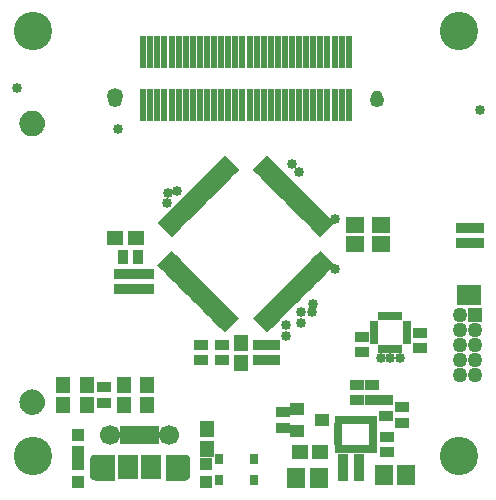
<source format=gts>
G75*
%MOIN*%
%OFA0B0*%
%FSLAX25Y25*%
%IPPOS*%
%LPD*%
%AMOC8*
5,1,8,0,0,1.08239X$1,22.5*
%
%ADD10C,0.12795*%
%ADD11R,0.04921X0.05315*%
%ADD12R,0.02362X0.10630*%
%ADD13C,0.05315*%
%ADD14C,0.03740*%
%ADD15C,0.04921*%
%ADD16R,0.04134X0.04134*%
%ADD17R,0.05315X0.04921*%
%ADD18R,0.03740X0.04528*%
%ADD19R,0.04528X0.03740*%
%ADD20R,0.02084X0.06784*%
%ADD21R,0.06496X0.05709*%
%ADD22C,0.03346*%
%ADD23R,0.01969X0.02559*%
%ADD24R,0.02559X0.01969*%
%ADD25C,0.04953*%
%ADD26R,0.04953X0.04953*%
%ADD27R,0.06890X0.08465*%
%ADD28R,0.02559X0.06299*%
%ADD29C,0.06693*%
%ADD30C,0.00039*%
%ADD31R,0.02047X0.02756*%
%ADD32R,0.02756X0.02047*%
%ADD33C,0.00500*%
%ADD34R,0.06102X0.06890*%
%ADD35R,0.04528X0.04134*%
%ADD36R,0.04134X0.06890*%
%ADD37R,0.03150X0.03346*%
D10*
X0014055Y0019299D03*
X0014055Y0161031D03*
X0155787Y0161031D03*
X0155787Y0019299D03*
D11*
X0083346Y0050598D03*
X0083346Y0057291D03*
X0071929Y0028551D03*
X0071929Y0021858D03*
X0051850Y0036425D03*
X0051850Y0043118D03*
X0044370Y0043118D03*
X0044370Y0036425D03*
X0031772Y0036425D03*
X0031772Y0043118D03*
X0023898Y0043118D03*
X0023898Y0036425D03*
D12*
X0050669Y0136524D03*
X0053031Y0136524D03*
X0055394Y0136524D03*
X0057756Y0136524D03*
X0060118Y0136524D03*
X0062480Y0136524D03*
X0064843Y0136524D03*
X0067205Y0136524D03*
X0069567Y0136524D03*
X0071929Y0136524D03*
X0074291Y0136524D03*
X0076654Y0136524D03*
X0079016Y0136524D03*
X0081378Y0136524D03*
X0083740Y0136524D03*
X0086102Y0136524D03*
X0088465Y0136524D03*
X0090827Y0136524D03*
X0093189Y0136524D03*
X0095551Y0136524D03*
X0097913Y0136524D03*
X0100276Y0136524D03*
X0102638Y0136524D03*
X0105000Y0136524D03*
X0107362Y0136524D03*
X0109724Y0136524D03*
X0112087Y0136524D03*
X0114449Y0136524D03*
X0116811Y0136524D03*
X0119173Y0136524D03*
X0119173Y0154043D03*
X0116811Y0154043D03*
X0114449Y0154043D03*
X0112087Y0154043D03*
X0109724Y0154043D03*
X0107362Y0154043D03*
X0105000Y0154043D03*
X0102638Y0154043D03*
X0100276Y0154043D03*
X0097913Y0154043D03*
X0095551Y0154043D03*
X0093189Y0154043D03*
X0090827Y0154043D03*
X0088465Y0154043D03*
X0086102Y0154043D03*
X0083740Y0154043D03*
X0081378Y0154043D03*
X0079016Y0154043D03*
X0076654Y0154043D03*
X0074291Y0154043D03*
X0071929Y0154043D03*
X0069567Y0154043D03*
X0067205Y0154043D03*
X0064843Y0154043D03*
X0062480Y0154043D03*
X0060118Y0154043D03*
X0057756Y0154043D03*
X0055394Y0154043D03*
X0053031Y0154043D03*
X0050669Y0154043D03*
D13*
X0041221Y0139383D03*
D14*
X0128621Y0139383D03*
D15*
X0128622Y0138197D03*
X0041220Y0138197D03*
D16*
X0029016Y0026583D03*
X0029016Y0020677D03*
X0029016Y0016740D03*
X0029016Y0010835D03*
X0071535Y0010835D03*
X0071535Y0016740D03*
D17*
X0102835Y0020874D03*
X0109528Y0020874D03*
X0048110Y0092134D03*
X0041417Y0092134D03*
D18*
X0043780Y0085835D03*
X0048898Y0085835D03*
X0117402Y0017724D03*
X0117402Y0013394D03*
X0122520Y0013394D03*
X0122520Y0017724D03*
D19*
X0131772Y0020677D03*
X0131772Y0025795D03*
X0136890Y0030520D03*
X0136890Y0035638D03*
X0131457Y0038000D03*
X0126772Y0038000D03*
X0122008Y0038000D03*
X0122008Y0043118D03*
X0126772Y0043118D03*
X0131457Y0032882D03*
X0123465Y0053984D03*
X0123465Y0059102D03*
X0142795Y0060441D03*
X0142795Y0055323D03*
X0157362Y0090362D03*
X0162087Y0090362D03*
X0162087Y0095480D03*
X0157362Y0095480D03*
X0097126Y0034063D03*
X0097126Y0028945D03*
X0093976Y0051386D03*
X0089646Y0051386D03*
X0089646Y0056504D03*
X0093976Y0056504D03*
X0077047Y0056504D03*
X0077047Y0051386D03*
X0069961Y0051386D03*
X0069961Y0056504D03*
X0051850Y0075008D03*
X0047520Y0075008D03*
X0047520Y0080126D03*
X0051850Y0080126D03*
X0043189Y0080126D03*
X0043189Y0075008D03*
X0037677Y0042331D03*
X0037677Y0037213D03*
D20*
G36*
X0070815Y0067656D02*
X0069341Y0069130D01*
X0074137Y0073926D01*
X0075611Y0072452D01*
X0070815Y0067656D01*
G37*
G36*
X0072229Y0066241D02*
X0070755Y0067715D01*
X0075551Y0072511D01*
X0077025Y0071037D01*
X0072229Y0066241D01*
G37*
G36*
X0073644Y0064827D02*
X0072170Y0066301D01*
X0076966Y0071097D01*
X0078440Y0069623D01*
X0073644Y0064827D01*
G37*
G36*
X0074987Y0063484D02*
X0073513Y0064958D01*
X0078309Y0069754D01*
X0079783Y0068280D01*
X0074987Y0063484D01*
G37*
G36*
X0076401Y0062069D02*
X0074927Y0063543D01*
X0079723Y0068339D01*
X0081197Y0066865D01*
X0076401Y0062069D01*
G37*
G36*
X0077816Y0060655D02*
X0076342Y0062129D01*
X0081138Y0066925D01*
X0082612Y0065451D01*
X0077816Y0060655D01*
G37*
G36*
X0087231Y0065451D02*
X0088705Y0066925D01*
X0093501Y0062129D01*
X0092027Y0060655D01*
X0087231Y0065451D01*
G37*
G36*
X0088645Y0066865D02*
X0090119Y0068339D01*
X0094915Y0063543D01*
X0093441Y0062069D01*
X0088645Y0066865D01*
G37*
G36*
X0090059Y0068280D02*
X0091533Y0069754D01*
X0096329Y0064958D01*
X0094855Y0063484D01*
X0090059Y0068280D01*
G37*
G36*
X0091403Y0069623D02*
X0092877Y0071097D01*
X0097673Y0066301D01*
X0096199Y0064827D01*
X0091403Y0069623D01*
G37*
G36*
X0092817Y0071037D02*
X0094291Y0072511D01*
X0099087Y0067715D01*
X0097613Y0066241D01*
X0092817Y0071037D01*
G37*
G36*
X0094231Y0072452D02*
X0095705Y0073926D01*
X0100501Y0069130D01*
X0099027Y0067656D01*
X0094231Y0072452D01*
G37*
G36*
X0095575Y0073795D02*
X0097049Y0075269D01*
X0101845Y0070473D01*
X0100371Y0068999D01*
X0095575Y0073795D01*
G37*
G36*
X0096989Y0075209D02*
X0098463Y0076683D01*
X0103259Y0071887D01*
X0101785Y0070413D01*
X0096989Y0075209D01*
G37*
G36*
X0098403Y0076624D02*
X0099877Y0078098D01*
X0104673Y0073302D01*
X0103199Y0071828D01*
X0098403Y0076624D01*
G37*
G36*
X0099817Y0078038D02*
X0101291Y0079512D01*
X0106087Y0074716D01*
X0104613Y0073242D01*
X0099817Y0078038D01*
G37*
G36*
X0101161Y0079381D02*
X0102635Y0080855D01*
X0107431Y0076059D01*
X0105957Y0074585D01*
X0101161Y0079381D01*
G37*
G36*
X0102575Y0080795D02*
X0104049Y0082269D01*
X0108845Y0077473D01*
X0107371Y0075999D01*
X0102575Y0080795D01*
G37*
G36*
X0103989Y0082210D02*
X0105463Y0083684D01*
X0110259Y0078888D01*
X0108785Y0077414D01*
X0103989Y0082210D01*
G37*
G36*
X0105333Y0083553D02*
X0106807Y0085027D01*
X0111603Y0080231D01*
X0110129Y0078757D01*
X0105333Y0083553D01*
G37*
G36*
X0106747Y0084967D02*
X0108221Y0086441D01*
X0113017Y0081645D01*
X0111543Y0080171D01*
X0106747Y0084967D01*
G37*
G36*
X0108161Y0086382D02*
X0109635Y0087856D01*
X0114431Y0083060D01*
X0112957Y0081586D01*
X0108161Y0086382D01*
G37*
G36*
X0109635Y0092475D02*
X0108161Y0093949D01*
X0112957Y0098745D01*
X0114431Y0097271D01*
X0109635Y0092475D01*
G37*
G36*
X0108221Y0093889D02*
X0106747Y0095363D01*
X0111543Y0100159D01*
X0113017Y0098685D01*
X0108221Y0093889D01*
G37*
G36*
X0106807Y0095303D02*
X0105333Y0096777D01*
X0110129Y0101573D01*
X0111603Y0100099D01*
X0106807Y0095303D01*
G37*
G36*
X0105463Y0096647D02*
X0103989Y0098121D01*
X0108785Y0102917D01*
X0110259Y0101443D01*
X0105463Y0096647D01*
G37*
G36*
X0104049Y0098061D02*
X0102575Y0099535D01*
X0107371Y0104331D01*
X0108845Y0102857D01*
X0104049Y0098061D01*
G37*
G36*
X0102635Y0099475D02*
X0101161Y0100949D01*
X0105957Y0105745D01*
X0107431Y0104271D01*
X0102635Y0099475D01*
G37*
G36*
X0101291Y0100819D02*
X0099817Y0102293D01*
X0104613Y0107089D01*
X0106087Y0105615D01*
X0101291Y0100819D01*
G37*
G36*
X0099877Y0102233D02*
X0098403Y0103707D01*
X0103199Y0108503D01*
X0104673Y0107029D01*
X0099877Y0102233D01*
G37*
G36*
X0098463Y0103647D02*
X0096989Y0105121D01*
X0101785Y0109917D01*
X0103259Y0108443D01*
X0098463Y0103647D01*
G37*
G36*
X0097049Y0105062D02*
X0095575Y0106536D01*
X0100371Y0111332D01*
X0101845Y0109858D01*
X0097049Y0105062D01*
G37*
G36*
X0095705Y0106405D02*
X0094231Y0107879D01*
X0099027Y0112675D01*
X0100501Y0111201D01*
X0095705Y0106405D01*
G37*
G36*
X0094291Y0107819D02*
X0092817Y0109293D01*
X0097613Y0114089D01*
X0099087Y0112615D01*
X0094291Y0107819D01*
G37*
G36*
X0092877Y0109234D02*
X0091403Y0110708D01*
X0096199Y0115504D01*
X0097673Y0114030D01*
X0092877Y0109234D01*
G37*
G36*
X0091533Y0110577D02*
X0090059Y0112051D01*
X0094855Y0116847D01*
X0096329Y0115373D01*
X0091533Y0110577D01*
G37*
G36*
X0090119Y0111991D02*
X0088645Y0113465D01*
X0093441Y0118261D01*
X0094915Y0116787D01*
X0090119Y0111991D01*
G37*
G36*
X0088705Y0113405D02*
X0087231Y0114879D01*
X0092027Y0119675D01*
X0093501Y0118201D01*
X0088705Y0113405D01*
G37*
G36*
X0076342Y0118201D02*
X0077816Y0119675D01*
X0082612Y0114879D01*
X0081138Y0113405D01*
X0076342Y0118201D01*
G37*
G36*
X0074927Y0116787D02*
X0076401Y0118261D01*
X0081197Y0113465D01*
X0079723Y0111991D01*
X0074927Y0116787D01*
G37*
G36*
X0073513Y0115373D02*
X0074987Y0116847D01*
X0079783Y0112051D01*
X0078309Y0110577D01*
X0073513Y0115373D01*
G37*
G36*
X0072170Y0114030D02*
X0073644Y0115504D01*
X0078440Y0110708D01*
X0076966Y0109234D01*
X0072170Y0114030D01*
G37*
G36*
X0070755Y0112615D02*
X0072229Y0114089D01*
X0077025Y0109293D01*
X0075551Y0107819D01*
X0070755Y0112615D01*
G37*
G36*
X0069341Y0111201D02*
X0070815Y0112675D01*
X0075611Y0107879D01*
X0074137Y0106405D01*
X0069341Y0111201D01*
G37*
G36*
X0067998Y0109858D02*
X0069472Y0111332D01*
X0074268Y0106536D01*
X0072794Y0105062D01*
X0067998Y0109858D01*
G37*
G36*
X0066583Y0108443D02*
X0068057Y0109917D01*
X0072853Y0105121D01*
X0071379Y0103647D01*
X0066583Y0108443D01*
G37*
G36*
X0065169Y0107029D02*
X0066643Y0108503D01*
X0071439Y0103707D01*
X0069965Y0102233D01*
X0065169Y0107029D01*
G37*
G36*
X0063755Y0105615D02*
X0065229Y0107089D01*
X0070025Y0102293D01*
X0068551Y0100819D01*
X0063755Y0105615D01*
G37*
G36*
X0062412Y0104271D02*
X0063886Y0105745D01*
X0068682Y0100949D01*
X0067208Y0099475D01*
X0062412Y0104271D01*
G37*
G36*
X0060997Y0102857D02*
X0062471Y0104331D01*
X0067267Y0099535D01*
X0065793Y0098061D01*
X0060997Y0102857D01*
G37*
G36*
X0059583Y0101443D02*
X0061057Y0102917D01*
X0065853Y0098121D01*
X0064379Y0096647D01*
X0059583Y0101443D01*
G37*
G36*
X0058240Y0100099D02*
X0059714Y0101573D01*
X0064510Y0096777D01*
X0063036Y0095303D01*
X0058240Y0100099D01*
G37*
G36*
X0056825Y0098685D02*
X0058299Y0100159D01*
X0063095Y0095363D01*
X0061621Y0093889D01*
X0056825Y0098685D01*
G37*
G36*
X0055411Y0097271D02*
X0056885Y0098745D01*
X0061681Y0093949D01*
X0060207Y0092475D01*
X0055411Y0097271D01*
G37*
G36*
X0056885Y0081586D02*
X0055411Y0083060D01*
X0060207Y0087856D01*
X0061681Y0086382D01*
X0056885Y0081586D01*
G37*
G36*
X0058299Y0080171D02*
X0056825Y0081645D01*
X0061621Y0086441D01*
X0063095Y0084967D01*
X0058299Y0080171D01*
G37*
G36*
X0059714Y0078757D02*
X0058240Y0080231D01*
X0063036Y0085027D01*
X0064510Y0083553D01*
X0059714Y0078757D01*
G37*
G36*
X0061057Y0077414D02*
X0059583Y0078888D01*
X0064379Y0083684D01*
X0065853Y0082210D01*
X0061057Y0077414D01*
G37*
G36*
X0062471Y0075999D02*
X0060997Y0077473D01*
X0065793Y0082269D01*
X0067267Y0080795D01*
X0062471Y0075999D01*
G37*
G36*
X0063886Y0074585D02*
X0062412Y0076059D01*
X0067208Y0080855D01*
X0068682Y0079381D01*
X0063886Y0074585D01*
G37*
G36*
X0065229Y0073242D02*
X0063755Y0074716D01*
X0068551Y0079512D01*
X0070025Y0078038D01*
X0065229Y0073242D01*
G37*
G36*
X0066643Y0071828D02*
X0065169Y0073302D01*
X0069965Y0078098D01*
X0071439Y0076624D01*
X0066643Y0071828D01*
G37*
G36*
X0068057Y0070413D02*
X0066583Y0071887D01*
X0071379Y0076683D01*
X0072853Y0075209D01*
X0068057Y0070413D01*
G37*
G36*
X0069472Y0068999D02*
X0067998Y0070473D01*
X0072794Y0075269D01*
X0074268Y0073795D01*
X0069472Y0068999D01*
G37*
D21*
X0121220Y0090205D03*
X0121220Y0096504D03*
X0129882Y0096504D03*
X0129882Y0090205D03*
D22*
X0114449Y0098433D03*
X0114449Y0081898D03*
X0107244Y0070283D03*
X0106969Y0067331D03*
X0103425Y0067331D03*
X0103425Y0063787D03*
X0098307Y0063000D03*
X0098307Y0059457D03*
X0129803Y0051976D03*
X0132953Y0051976D03*
X0136102Y0051976D03*
X0102638Y0114181D03*
X0100276Y0116937D03*
X0062087Y0107882D03*
X0058937Y0107094D03*
X0058543Y0103945D03*
X0042402Y0128354D03*
X0008543Y0142134D03*
X0162874Y0134654D03*
D23*
X0135906Y0066150D03*
X0133937Y0066150D03*
X0131969Y0066150D03*
X0130000Y0066150D03*
X0130000Y0055126D03*
X0131969Y0055126D03*
X0133937Y0055126D03*
X0135906Y0055126D03*
D24*
X0138465Y0057685D03*
X0138465Y0059654D03*
X0138465Y0061622D03*
X0138465Y0063591D03*
X0127441Y0063591D03*
X0127441Y0061622D03*
X0127441Y0059654D03*
X0127441Y0057685D03*
D25*
X0156299Y0056465D03*
X0156299Y0061465D03*
X0156299Y0066465D03*
X0161299Y0061465D03*
X0161299Y0056465D03*
X0161299Y0051465D03*
X0156299Y0051465D03*
X0156299Y0046465D03*
X0161299Y0046465D03*
D26*
X0161299Y0066465D03*
D27*
X0053425Y0015756D03*
X0045551Y0015756D03*
D28*
X0044370Y0026386D03*
X0046929Y0026386D03*
X0049488Y0026386D03*
X0052047Y0026386D03*
X0054606Y0026386D03*
D29*
X0059331Y0026386D03*
X0039646Y0026386D03*
D30*
X0040827Y0019890D02*
X0034528Y0019890D01*
X0034177Y0019850D01*
X0033844Y0019734D01*
X0033546Y0019546D01*
X0033296Y0019297D01*
X0033109Y0018998D01*
X0032992Y0018665D01*
X0032953Y0018315D01*
X0032953Y0013197D01*
X0032992Y0012846D01*
X0033109Y0012514D01*
X0033296Y0012215D01*
X0033546Y0011966D01*
X0033844Y0011778D01*
X0034177Y0011662D01*
X0034528Y0011622D01*
X0040827Y0011622D01*
X0040827Y0019890D01*
X0040827Y0019875D02*
X0034400Y0019875D01*
X0034141Y0019838D02*
X0040827Y0019838D01*
X0040827Y0019800D02*
X0034032Y0019800D01*
X0033924Y0019762D02*
X0040827Y0019762D01*
X0040827Y0019724D02*
X0033828Y0019724D01*
X0033768Y0019686D02*
X0040827Y0019686D01*
X0040827Y0019648D02*
X0033708Y0019648D01*
X0033648Y0019610D02*
X0040827Y0019610D01*
X0040827Y0019572D02*
X0033587Y0019572D01*
X0033534Y0019534D02*
X0040827Y0019534D01*
X0040827Y0019497D02*
X0033496Y0019497D01*
X0033458Y0019459D02*
X0040827Y0019459D01*
X0040827Y0019421D02*
X0033420Y0019421D01*
X0033382Y0019383D02*
X0040827Y0019383D01*
X0040827Y0019345D02*
X0033345Y0019345D01*
X0033307Y0019307D02*
X0040827Y0019307D01*
X0040827Y0019269D02*
X0033279Y0019269D01*
X0033255Y0019231D02*
X0040827Y0019231D01*
X0040827Y0019194D02*
X0033231Y0019194D01*
X0033208Y0019156D02*
X0040827Y0019156D01*
X0040827Y0019118D02*
X0033184Y0019118D01*
X0033160Y0019080D02*
X0040827Y0019080D01*
X0040827Y0019042D02*
X0033136Y0019042D01*
X0033112Y0019004D02*
X0040827Y0019004D01*
X0040827Y0018966D02*
X0033098Y0018966D01*
X0033084Y0018928D02*
X0040827Y0018928D01*
X0040827Y0018890D02*
X0033071Y0018890D01*
X0033058Y0018853D02*
X0040827Y0018853D01*
X0040827Y0018815D02*
X0033044Y0018815D01*
X0033031Y0018777D02*
X0040827Y0018777D01*
X0040827Y0018739D02*
X0033018Y0018739D01*
X0033005Y0018701D02*
X0040827Y0018701D01*
X0040827Y0018663D02*
X0032992Y0018663D01*
X0032988Y0018625D02*
X0040827Y0018625D01*
X0040827Y0018587D02*
X0032983Y0018587D01*
X0032979Y0018550D02*
X0040827Y0018550D01*
X0040827Y0018512D02*
X0032975Y0018512D01*
X0032971Y0018474D02*
X0040827Y0018474D01*
X0040827Y0018436D02*
X0032966Y0018436D01*
X0032962Y0018398D02*
X0040827Y0018398D01*
X0040827Y0018360D02*
X0032958Y0018360D01*
X0032954Y0018322D02*
X0040827Y0018322D01*
X0040827Y0018284D02*
X0032953Y0018284D01*
X0032953Y0018247D02*
X0040827Y0018247D01*
X0040827Y0018209D02*
X0032953Y0018209D01*
X0032953Y0018171D02*
X0040827Y0018171D01*
X0040827Y0018133D02*
X0032953Y0018133D01*
X0032953Y0018095D02*
X0040827Y0018095D01*
X0040827Y0018057D02*
X0032953Y0018057D01*
X0032953Y0018019D02*
X0040827Y0018019D01*
X0040827Y0017981D02*
X0032953Y0017981D01*
X0032953Y0017943D02*
X0040827Y0017943D01*
X0040827Y0017906D02*
X0032953Y0017906D01*
X0032953Y0017868D02*
X0040827Y0017868D01*
X0040827Y0017830D02*
X0032953Y0017830D01*
X0032953Y0017792D02*
X0040827Y0017792D01*
X0040827Y0017754D02*
X0032953Y0017754D01*
X0032953Y0017716D02*
X0040827Y0017716D01*
X0040827Y0017678D02*
X0032953Y0017678D01*
X0032953Y0017640D02*
X0040827Y0017640D01*
X0040827Y0017603D02*
X0032953Y0017603D01*
X0032953Y0017565D02*
X0040827Y0017565D01*
X0040827Y0017527D02*
X0032953Y0017527D01*
X0032953Y0017489D02*
X0040827Y0017489D01*
X0040827Y0017451D02*
X0032953Y0017451D01*
X0032953Y0017413D02*
X0040827Y0017413D01*
X0040827Y0017375D02*
X0032953Y0017375D01*
X0032953Y0017337D02*
X0040827Y0017337D01*
X0040827Y0017299D02*
X0032953Y0017299D01*
X0032953Y0017262D02*
X0040827Y0017262D01*
X0040827Y0017224D02*
X0032953Y0017224D01*
X0032953Y0017186D02*
X0040827Y0017186D01*
X0040827Y0017148D02*
X0032953Y0017148D01*
X0032953Y0017110D02*
X0040827Y0017110D01*
X0040827Y0017072D02*
X0032953Y0017072D01*
X0032953Y0017034D02*
X0040827Y0017034D01*
X0040827Y0016996D02*
X0032953Y0016996D01*
X0032953Y0016959D02*
X0040827Y0016959D01*
X0040827Y0016921D02*
X0032953Y0016921D01*
X0032953Y0016883D02*
X0040827Y0016883D01*
X0040827Y0016845D02*
X0032953Y0016845D01*
X0032953Y0016807D02*
X0040827Y0016807D01*
X0040827Y0016769D02*
X0032953Y0016769D01*
X0032953Y0016731D02*
X0040827Y0016731D01*
X0040827Y0016693D02*
X0032953Y0016693D01*
X0032953Y0016655D02*
X0040827Y0016655D01*
X0040827Y0016618D02*
X0032953Y0016618D01*
X0032953Y0016580D02*
X0040827Y0016580D01*
X0040827Y0016542D02*
X0032953Y0016542D01*
X0032953Y0016504D02*
X0040827Y0016504D01*
X0040827Y0016466D02*
X0032953Y0016466D01*
X0032953Y0016428D02*
X0040827Y0016428D01*
X0040827Y0016390D02*
X0032953Y0016390D01*
X0032953Y0016352D02*
X0040827Y0016352D01*
X0040827Y0016315D02*
X0032953Y0016315D01*
X0032953Y0016277D02*
X0040827Y0016277D01*
X0040827Y0016239D02*
X0032953Y0016239D01*
X0032953Y0016201D02*
X0040827Y0016201D01*
X0040827Y0016163D02*
X0032953Y0016163D01*
X0032953Y0016125D02*
X0040827Y0016125D01*
X0040827Y0016087D02*
X0032953Y0016087D01*
X0032953Y0016049D02*
X0040827Y0016049D01*
X0040827Y0016012D02*
X0032953Y0016012D01*
X0032953Y0015974D02*
X0040827Y0015974D01*
X0040827Y0015936D02*
X0032953Y0015936D01*
X0032953Y0015898D02*
X0040827Y0015898D01*
X0040827Y0015860D02*
X0032953Y0015860D01*
X0032953Y0015822D02*
X0040827Y0015822D01*
X0040827Y0015784D02*
X0032953Y0015784D01*
X0032953Y0015746D02*
X0040827Y0015746D01*
X0040827Y0015708D02*
X0032953Y0015708D01*
X0032953Y0015671D02*
X0040827Y0015671D01*
X0040827Y0015633D02*
X0032953Y0015633D01*
X0032953Y0015595D02*
X0040827Y0015595D01*
X0040827Y0015557D02*
X0032953Y0015557D01*
X0032953Y0015519D02*
X0040827Y0015519D01*
X0040827Y0015481D02*
X0032953Y0015481D01*
X0032953Y0015443D02*
X0040827Y0015443D01*
X0040827Y0015405D02*
X0032953Y0015405D01*
X0032953Y0015368D02*
X0040827Y0015368D01*
X0040827Y0015330D02*
X0032953Y0015330D01*
X0032953Y0015292D02*
X0040827Y0015292D01*
X0040827Y0015254D02*
X0032953Y0015254D01*
X0032953Y0015216D02*
X0040827Y0015216D01*
X0040827Y0015178D02*
X0032953Y0015178D01*
X0032953Y0015140D02*
X0040827Y0015140D01*
X0040827Y0015102D02*
X0032953Y0015102D01*
X0032953Y0015064D02*
X0040827Y0015064D01*
X0040827Y0015027D02*
X0032953Y0015027D01*
X0032953Y0014989D02*
X0040827Y0014989D01*
X0040827Y0014951D02*
X0032953Y0014951D01*
X0032953Y0014913D02*
X0040827Y0014913D01*
X0040827Y0014875D02*
X0032953Y0014875D01*
X0032953Y0014837D02*
X0040827Y0014837D01*
X0040827Y0014799D02*
X0032953Y0014799D01*
X0032953Y0014761D02*
X0040827Y0014761D01*
X0040827Y0014724D02*
X0032953Y0014724D01*
X0032953Y0014686D02*
X0040827Y0014686D01*
X0040827Y0014648D02*
X0032953Y0014648D01*
X0032953Y0014610D02*
X0040827Y0014610D01*
X0040827Y0014572D02*
X0032953Y0014572D01*
X0032953Y0014534D02*
X0040827Y0014534D01*
X0040827Y0014496D02*
X0032953Y0014496D01*
X0032953Y0014458D02*
X0040827Y0014458D01*
X0040827Y0014420D02*
X0032953Y0014420D01*
X0032953Y0014383D02*
X0040827Y0014383D01*
X0040827Y0014345D02*
X0032953Y0014345D01*
X0032953Y0014307D02*
X0040827Y0014307D01*
X0040827Y0014269D02*
X0032953Y0014269D01*
X0032953Y0014231D02*
X0040827Y0014231D01*
X0040827Y0014193D02*
X0032953Y0014193D01*
X0032953Y0014155D02*
X0040827Y0014155D01*
X0040827Y0014117D02*
X0032953Y0014117D01*
X0032953Y0014080D02*
X0040827Y0014080D01*
X0040827Y0014042D02*
X0032953Y0014042D01*
X0032953Y0014004D02*
X0040827Y0014004D01*
X0040827Y0013966D02*
X0032953Y0013966D01*
X0032953Y0013928D02*
X0040827Y0013928D01*
X0040827Y0013890D02*
X0032953Y0013890D01*
X0032953Y0013852D02*
X0040827Y0013852D01*
X0040827Y0013814D02*
X0032953Y0013814D01*
X0032953Y0013777D02*
X0040827Y0013777D01*
X0040827Y0013739D02*
X0032953Y0013739D01*
X0032953Y0013701D02*
X0040827Y0013701D01*
X0040827Y0013663D02*
X0032953Y0013663D01*
X0032953Y0013625D02*
X0040827Y0013625D01*
X0040827Y0013587D02*
X0032953Y0013587D01*
X0032953Y0013549D02*
X0040827Y0013549D01*
X0040827Y0013511D02*
X0032953Y0013511D01*
X0032953Y0013473D02*
X0040827Y0013473D01*
X0040827Y0013436D02*
X0032953Y0013436D01*
X0032953Y0013398D02*
X0040827Y0013398D01*
X0040827Y0013360D02*
X0032953Y0013360D01*
X0032953Y0013322D02*
X0040827Y0013322D01*
X0040827Y0013284D02*
X0032953Y0013284D01*
X0032953Y0013246D02*
X0040827Y0013246D01*
X0040827Y0013208D02*
X0032953Y0013208D01*
X0032956Y0013170D02*
X0040827Y0013170D01*
X0040827Y0013133D02*
X0032960Y0013133D01*
X0032964Y0013095D02*
X0040827Y0013095D01*
X0040827Y0013057D02*
X0032969Y0013057D01*
X0032973Y0013019D02*
X0040827Y0013019D01*
X0040827Y0012981D02*
X0032977Y0012981D01*
X0032981Y0012943D02*
X0040827Y0012943D01*
X0040827Y0012905D02*
X0032986Y0012905D01*
X0032990Y0012867D02*
X0040827Y0012867D01*
X0040827Y0012829D02*
X0032998Y0012829D01*
X0033011Y0012792D02*
X0040827Y0012792D01*
X0040827Y0012754D02*
X0033025Y0012754D01*
X0033038Y0012716D02*
X0040827Y0012716D01*
X0040827Y0012678D02*
X0033051Y0012678D01*
X0033064Y0012640D02*
X0040827Y0012640D01*
X0040827Y0012602D02*
X0033078Y0012602D01*
X0033091Y0012564D02*
X0040827Y0012564D01*
X0040827Y0012526D02*
X0033104Y0012526D01*
X0033124Y0012489D02*
X0040827Y0012489D01*
X0040827Y0012451D02*
X0033148Y0012451D01*
X0033172Y0012413D02*
X0040827Y0012413D01*
X0040827Y0012375D02*
X0033196Y0012375D01*
X0033220Y0012337D02*
X0040827Y0012337D01*
X0040827Y0012299D02*
X0033243Y0012299D01*
X0033267Y0012261D02*
X0040827Y0012261D01*
X0040827Y0012223D02*
X0033291Y0012223D01*
X0033326Y0012185D02*
X0040827Y0012185D01*
X0040827Y0012148D02*
X0033364Y0012148D01*
X0033402Y0012110D02*
X0040827Y0012110D01*
X0040827Y0012072D02*
X0033439Y0012072D01*
X0033477Y0012034D02*
X0040827Y0012034D01*
X0040827Y0011996D02*
X0033515Y0011996D01*
X0033558Y0011958D02*
X0040827Y0011958D01*
X0040827Y0011920D02*
X0033618Y0011920D01*
X0033678Y0011882D02*
X0040827Y0011882D01*
X0040827Y0011845D02*
X0033738Y0011845D01*
X0033799Y0011807D02*
X0040827Y0011807D01*
X0040827Y0011769D02*
X0033871Y0011769D01*
X0033979Y0011731D02*
X0040827Y0011731D01*
X0040827Y0011693D02*
X0034087Y0011693D01*
X0034234Y0011655D02*
X0040827Y0011655D01*
X0058150Y0011655D02*
X0064743Y0011655D01*
X0064799Y0011662D02*
X0064449Y0011622D01*
X0058150Y0011622D01*
X0058150Y0019890D01*
X0064449Y0019890D01*
X0064799Y0019850D01*
X0065132Y0019734D01*
X0065431Y0019546D01*
X0065680Y0019297D01*
X0065868Y0018998D01*
X0065984Y0018665D01*
X0066024Y0018315D01*
X0066024Y0013197D01*
X0065984Y0012846D01*
X0065868Y0012514D01*
X0065680Y0012215D01*
X0065431Y0011966D01*
X0065132Y0011778D01*
X0064799Y0011662D01*
X0064889Y0011693D02*
X0058150Y0011693D01*
X0058150Y0011731D02*
X0064998Y0011731D01*
X0065106Y0011769D02*
X0058150Y0011769D01*
X0058150Y0011807D02*
X0065178Y0011807D01*
X0065238Y0011845D02*
X0058150Y0011845D01*
X0058150Y0011882D02*
X0065298Y0011882D01*
X0065359Y0011920D02*
X0058150Y0011920D01*
X0058150Y0011958D02*
X0065419Y0011958D01*
X0065461Y0011996D02*
X0058150Y0011996D01*
X0058150Y0012034D02*
X0065499Y0012034D01*
X0065537Y0012072D02*
X0058150Y0012072D01*
X0058150Y0012110D02*
X0065575Y0012110D01*
X0065613Y0012148D02*
X0058150Y0012148D01*
X0058150Y0012185D02*
X0065651Y0012185D01*
X0065685Y0012223D02*
X0058150Y0012223D01*
X0058150Y0012261D02*
X0065709Y0012261D01*
X0065733Y0012299D02*
X0058150Y0012299D01*
X0058150Y0012337D02*
X0065757Y0012337D01*
X0065781Y0012375D02*
X0058150Y0012375D01*
X0058150Y0012413D02*
X0065804Y0012413D01*
X0065828Y0012451D02*
X0058150Y0012451D01*
X0058150Y0012489D02*
X0065852Y0012489D01*
X0065872Y0012526D02*
X0058150Y0012526D01*
X0058150Y0012564D02*
X0065885Y0012564D01*
X0065899Y0012602D02*
X0058150Y0012602D01*
X0058150Y0012640D02*
X0065912Y0012640D01*
X0065925Y0012678D02*
X0058150Y0012678D01*
X0058150Y0012716D02*
X0065938Y0012716D01*
X0065952Y0012754D02*
X0058150Y0012754D01*
X0058150Y0012792D02*
X0065965Y0012792D01*
X0065978Y0012829D02*
X0058150Y0012829D01*
X0058150Y0012867D02*
X0065987Y0012867D01*
X0065991Y0012905D02*
X0058150Y0012905D01*
X0058150Y0012943D02*
X0065995Y0012943D01*
X0065999Y0012981D02*
X0058150Y0012981D01*
X0058150Y0013019D02*
X0066004Y0013019D01*
X0066008Y0013057D02*
X0058150Y0013057D01*
X0058150Y0013095D02*
X0066012Y0013095D01*
X0066016Y0013133D02*
X0058150Y0013133D01*
X0058150Y0013170D02*
X0066021Y0013170D01*
X0066024Y0013208D02*
X0058150Y0013208D01*
X0058150Y0013246D02*
X0066024Y0013246D01*
X0066024Y0013284D02*
X0058150Y0013284D01*
X0058150Y0013322D02*
X0066024Y0013322D01*
X0066024Y0013360D02*
X0058150Y0013360D01*
X0058150Y0013398D02*
X0066024Y0013398D01*
X0066024Y0013436D02*
X0058150Y0013436D01*
X0058150Y0013473D02*
X0066024Y0013473D01*
X0066024Y0013511D02*
X0058150Y0013511D01*
X0058150Y0013549D02*
X0066024Y0013549D01*
X0066024Y0013587D02*
X0058150Y0013587D01*
X0058150Y0013625D02*
X0066024Y0013625D01*
X0066024Y0013663D02*
X0058150Y0013663D01*
X0058150Y0013701D02*
X0066024Y0013701D01*
X0066024Y0013739D02*
X0058150Y0013739D01*
X0058150Y0013777D02*
X0066024Y0013777D01*
X0066024Y0013814D02*
X0058150Y0013814D01*
X0058150Y0013852D02*
X0066024Y0013852D01*
X0066024Y0013890D02*
X0058150Y0013890D01*
X0058150Y0013928D02*
X0066024Y0013928D01*
X0066024Y0013966D02*
X0058150Y0013966D01*
X0058150Y0014004D02*
X0066024Y0014004D01*
X0066024Y0014042D02*
X0058150Y0014042D01*
X0058150Y0014080D02*
X0066024Y0014080D01*
X0066024Y0014117D02*
X0058150Y0014117D01*
X0058150Y0014155D02*
X0066024Y0014155D01*
X0066024Y0014193D02*
X0058150Y0014193D01*
X0058150Y0014231D02*
X0066024Y0014231D01*
X0066024Y0014269D02*
X0058150Y0014269D01*
X0058150Y0014307D02*
X0066024Y0014307D01*
X0066024Y0014345D02*
X0058150Y0014345D01*
X0058150Y0014383D02*
X0066024Y0014383D01*
X0066024Y0014420D02*
X0058150Y0014420D01*
X0058150Y0014458D02*
X0066024Y0014458D01*
X0066024Y0014496D02*
X0058150Y0014496D01*
X0058150Y0014534D02*
X0066024Y0014534D01*
X0066024Y0014572D02*
X0058150Y0014572D01*
X0058150Y0014610D02*
X0066024Y0014610D01*
X0066024Y0014648D02*
X0058150Y0014648D01*
X0058150Y0014686D02*
X0066024Y0014686D01*
X0066024Y0014724D02*
X0058150Y0014724D01*
X0058150Y0014761D02*
X0066024Y0014761D01*
X0066024Y0014799D02*
X0058150Y0014799D01*
X0058150Y0014837D02*
X0066024Y0014837D01*
X0066024Y0014875D02*
X0058150Y0014875D01*
X0058150Y0014913D02*
X0066024Y0014913D01*
X0066024Y0014951D02*
X0058150Y0014951D01*
X0058150Y0014989D02*
X0066024Y0014989D01*
X0066024Y0015027D02*
X0058150Y0015027D01*
X0058150Y0015064D02*
X0066024Y0015064D01*
X0066024Y0015102D02*
X0058150Y0015102D01*
X0058150Y0015140D02*
X0066024Y0015140D01*
X0066024Y0015178D02*
X0058150Y0015178D01*
X0058150Y0015216D02*
X0066024Y0015216D01*
X0066024Y0015254D02*
X0058150Y0015254D01*
X0058150Y0015292D02*
X0066024Y0015292D01*
X0066024Y0015330D02*
X0058150Y0015330D01*
X0058150Y0015368D02*
X0066024Y0015368D01*
X0066024Y0015405D02*
X0058150Y0015405D01*
X0058150Y0015443D02*
X0066024Y0015443D01*
X0066024Y0015481D02*
X0058150Y0015481D01*
X0058150Y0015519D02*
X0066024Y0015519D01*
X0066024Y0015557D02*
X0058150Y0015557D01*
X0058150Y0015595D02*
X0066024Y0015595D01*
X0066024Y0015633D02*
X0058150Y0015633D01*
X0058150Y0015671D02*
X0066024Y0015671D01*
X0066024Y0015708D02*
X0058150Y0015708D01*
X0058150Y0015746D02*
X0066024Y0015746D01*
X0066024Y0015784D02*
X0058150Y0015784D01*
X0058150Y0015822D02*
X0066024Y0015822D01*
X0066024Y0015860D02*
X0058150Y0015860D01*
X0058150Y0015898D02*
X0066024Y0015898D01*
X0066024Y0015936D02*
X0058150Y0015936D01*
X0058150Y0015974D02*
X0066024Y0015974D01*
X0066024Y0016012D02*
X0058150Y0016012D01*
X0058150Y0016049D02*
X0066024Y0016049D01*
X0066024Y0016087D02*
X0058150Y0016087D01*
X0058150Y0016125D02*
X0066024Y0016125D01*
X0066024Y0016163D02*
X0058150Y0016163D01*
X0058150Y0016201D02*
X0066024Y0016201D01*
X0066024Y0016239D02*
X0058150Y0016239D01*
X0058150Y0016277D02*
X0066024Y0016277D01*
X0066024Y0016315D02*
X0058150Y0016315D01*
X0058150Y0016352D02*
X0066024Y0016352D01*
X0066024Y0016390D02*
X0058150Y0016390D01*
X0058150Y0016428D02*
X0066024Y0016428D01*
X0066024Y0016466D02*
X0058150Y0016466D01*
X0058150Y0016504D02*
X0066024Y0016504D01*
X0066024Y0016542D02*
X0058150Y0016542D01*
X0058150Y0016580D02*
X0066024Y0016580D01*
X0066024Y0016618D02*
X0058150Y0016618D01*
X0058150Y0016655D02*
X0066024Y0016655D01*
X0066024Y0016693D02*
X0058150Y0016693D01*
X0058150Y0016731D02*
X0066024Y0016731D01*
X0066024Y0016769D02*
X0058150Y0016769D01*
X0058150Y0016807D02*
X0066024Y0016807D01*
X0066024Y0016845D02*
X0058150Y0016845D01*
X0058150Y0016883D02*
X0066024Y0016883D01*
X0066024Y0016921D02*
X0058150Y0016921D01*
X0058150Y0016959D02*
X0066024Y0016959D01*
X0066024Y0016996D02*
X0058150Y0016996D01*
X0058150Y0017034D02*
X0066024Y0017034D01*
X0066024Y0017072D02*
X0058150Y0017072D01*
X0058150Y0017110D02*
X0066024Y0017110D01*
X0066024Y0017148D02*
X0058150Y0017148D01*
X0058150Y0017186D02*
X0066024Y0017186D01*
X0066024Y0017224D02*
X0058150Y0017224D01*
X0058150Y0017262D02*
X0066024Y0017262D01*
X0066024Y0017299D02*
X0058150Y0017299D01*
X0058150Y0017337D02*
X0066024Y0017337D01*
X0066024Y0017375D02*
X0058150Y0017375D01*
X0058150Y0017413D02*
X0066024Y0017413D01*
X0066024Y0017451D02*
X0058150Y0017451D01*
X0058150Y0017489D02*
X0066024Y0017489D01*
X0066024Y0017527D02*
X0058150Y0017527D01*
X0058150Y0017565D02*
X0066024Y0017565D01*
X0066024Y0017603D02*
X0058150Y0017603D01*
X0058150Y0017640D02*
X0066024Y0017640D01*
X0066024Y0017678D02*
X0058150Y0017678D01*
X0058150Y0017716D02*
X0066024Y0017716D01*
X0066024Y0017754D02*
X0058150Y0017754D01*
X0058150Y0017792D02*
X0066024Y0017792D01*
X0066024Y0017830D02*
X0058150Y0017830D01*
X0058150Y0017868D02*
X0066024Y0017868D01*
X0066024Y0017906D02*
X0058150Y0017906D01*
X0058150Y0017943D02*
X0066024Y0017943D01*
X0066024Y0017981D02*
X0058150Y0017981D01*
X0058150Y0018019D02*
X0066024Y0018019D01*
X0066024Y0018057D02*
X0058150Y0018057D01*
X0058150Y0018095D02*
X0066024Y0018095D01*
X0066024Y0018133D02*
X0058150Y0018133D01*
X0058150Y0018171D02*
X0066024Y0018171D01*
X0066024Y0018209D02*
X0058150Y0018209D01*
X0058150Y0018247D02*
X0066024Y0018247D01*
X0066024Y0018284D02*
X0058150Y0018284D01*
X0058150Y0018322D02*
X0066023Y0018322D01*
X0066019Y0018360D02*
X0058150Y0018360D01*
X0058150Y0018398D02*
X0066014Y0018398D01*
X0066010Y0018436D02*
X0058150Y0018436D01*
X0058150Y0018474D02*
X0066006Y0018474D01*
X0066001Y0018512D02*
X0058150Y0018512D01*
X0058150Y0018550D02*
X0065997Y0018550D01*
X0065993Y0018587D02*
X0058150Y0018587D01*
X0058150Y0018625D02*
X0065989Y0018625D01*
X0065984Y0018663D02*
X0058150Y0018663D01*
X0058150Y0018701D02*
X0065972Y0018701D01*
X0065958Y0018739D02*
X0058150Y0018739D01*
X0058150Y0018777D02*
X0065945Y0018777D01*
X0065932Y0018815D02*
X0058150Y0018815D01*
X0058150Y0018853D02*
X0065919Y0018853D01*
X0065905Y0018890D02*
X0058150Y0018890D01*
X0058150Y0018928D02*
X0065892Y0018928D01*
X0065879Y0018966D02*
X0058150Y0018966D01*
X0058150Y0019004D02*
X0065864Y0019004D01*
X0065840Y0019042D02*
X0058150Y0019042D01*
X0058150Y0019080D02*
X0065816Y0019080D01*
X0065793Y0019118D02*
X0058150Y0019118D01*
X0058150Y0019156D02*
X0065769Y0019156D01*
X0065745Y0019194D02*
X0058150Y0019194D01*
X0058150Y0019231D02*
X0065721Y0019231D01*
X0065697Y0019269D02*
X0058150Y0019269D01*
X0058150Y0019307D02*
X0065670Y0019307D01*
X0065632Y0019345D02*
X0058150Y0019345D01*
X0058150Y0019383D02*
X0065594Y0019383D01*
X0065556Y0019421D02*
X0058150Y0019421D01*
X0058150Y0019459D02*
X0065518Y0019459D01*
X0065480Y0019497D02*
X0058150Y0019497D01*
X0058150Y0019534D02*
X0065442Y0019534D01*
X0065389Y0019572D02*
X0058150Y0019572D01*
X0058150Y0019610D02*
X0065329Y0019610D01*
X0065268Y0019648D02*
X0058150Y0019648D01*
X0058150Y0019686D02*
X0065208Y0019686D01*
X0065148Y0019724D02*
X0058150Y0019724D01*
X0058150Y0019762D02*
X0065052Y0019762D01*
X0064944Y0019800D02*
X0058150Y0019800D01*
X0058150Y0019838D02*
X0064836Y0019838D01*
X0064576Y0019875D02*
X0058150Y0019875D01*
D31*
X0115610Y0021957D03*
X0117303Y0021957D03*
X0118996Y0021957D03*
X0120689Y0021957D03*
X0122382Y0021957D03*
X0124075Y0021957D03*
X0125768Y0021957D03*
X0127461Y0021957D03*
X0127461Y0031602D03*
X0125768Y0031602D03*
X0124075Y0031602D03*
X0122382Y0031602D03*
X0120689Y0031602D03*
X0118996Y0031602D03*
X0117303Y0031602D03*
X0115610Y0031602D03*
D32*
X0115728Y0029319D03*
X0115728Y0027626D03*
X0115728Y0025933D03*
X0115728Y0024240D03*
X0127343Y0024240D03*
X0127343Y0025933D03*
X0127343Y0027626D03*
X0127343Y0029319D03*
D33*
X0017598Y0037409D02*
X0017539Y0038093D01*
X0017361Y0038756D01*
X0017071Y0039378D01*
X0016677Y0039940D01*
X0016192Y0040425D01*
X0015630Y0040819D01*
X0015008Y0041109D01*
X0014345Y0041287D01*
X0013661Y0041346D01*
X0012978Y0041287D01*
X0012315Y0041109D01*
X0011693Y0040819D01*
X0011131Y0040425D01*
X0010645Y0039940D01*
X0010252Y0039378D01*
X0009962Y0038756D01*
X0009784Y0038093D01*
X0009724Y0037409D01*
X0009784Y0036726D01*
X0009962Y0036063D01*
X0010252Y0035441D01*
X0010645Y0034879D01*
X0011131Y0034394D01*
X0011693Y0034000D01*
X0012315Y0033710D01*
X0012978Y0033532D01*
X0013661Y0033472D01*
X0014345Y0033532D01*
X0015008Y0033710D01*
X0015630Y0034000D01*
X0016192Y0034394D01*
X0016677Y0034879D01*
X0017071Y0035441D01*
X0017361Y0036063D01*
X0017539Y0036726D01*
X0017598Y0037409D01*
X0017597Y0037399D02*
X0009725Y0037399D01*
X0009767Y0037897D02*
X0017556Y0037897D01*
X0017457Y0038396D02*
X0009865Y0038396D01*
X0010026Y0038894D02*
X0017296Y0038894D01*
X0017060Y0039393D02*
X0010262Y0039393D01*
X0010611Y0039891D02*
X0016711Y0039891D01*
X0016228Y0040390D02*
X0011095Y0040390D01*
X0011842Y0040888D02*
X0015481Y0040888D01*
X0017554Y0036900D02*
X0009769Y0036900D01*
X0009871Y0036402D02*
X0017452Y0036402D01*
X0017287Y0035903D02*
X0010036Y0035903D01*
X0010277Y0035405D02*
X0017046Y0035405D01*
X0016697Y0034906D02*
X0010626Y0034906D01*
X0011116Y0034408D02*
X0016206Y0034408D01*
X0015436Y0033909D02*
X0011887Y0033909D01*
X0013661Y0126386D02*
X0012978Y0126446D01*
X0012315Y0126623D01*
X0011693Y0126913D01*
X0011131Y0127307D01*
X0010645Y0127792D01*
X0010252Y0128354D01*
X0009962Y0128976D01*
X0009784Y0129639D01*
X0009724Y0130323D01*
X0009784Y0131006D01*
X0009962Y0131669D01*
X0010252Y0132291D01*
X0010645Y0132853D01*
X0011131Y0133339D01*
X0011693Y0133732D01*
X0012315Y0134022D01*
X0012978Y0134200D01*
X0013661Y0134260D01*
X0014345Y0134200D01*
X0015008Y0134022D01*
X0015630Y0133732D01*
X0016192Y0133339D01*
X0016677Y0132853D01*
X0017071Y0132291D01*
X0017361Y0131669D01*
X0017539Y0131006D01*
X0017598Y0130323D01*
X0017539Y0129639D01*
X0017361Y0128976D01*
X0017071Y0128354D01*
X0016677Y0127792D01*
X0016192Y0127307D01*
X0015630Y0126913D01*
X0015008Y0126623D01*
X0014345Y0126446D01*
X0013661Y0126386D01*
X0012295Y0126632D02*
X0015028Y0126632D01*
X0015941Y0127131D02*
X0011382Y0127131D01*
X0010808Y0127629D02*
X0016515Y0127629D01*
X0016912Y0128128D02*
X0010410Y0128128D01*
X0010125Y0128626D02*
X0017198Y0128626D01*
X0017401Y0129125D02*
X0009922Y0129125D01*
X0009788Y0129623D02*
X0017534Y0129623D01*
X0017581Y0130122D02*
X0009742Y0130122D01*
X0009750Y0130620D02*
X0017572Y0130620D01*
X0017508Y0131119D02*
X0009814Y0131119D01*
X0009948Y0131618D02*
X0017375Y0131618D01*
X0017153Y0132116D02*
X0010170Y0132116D01*
X0010478Y0132615D02*
X0016845Y0132615D01*
X0016418Y0133113D02*
X0010905Y0133113D01*
X0011520Y0133612D02*
X0015802Y0133612D01*
X0014681Y0134110D02*
X0012642Y0134110D01*
D34*
X0101654Y0012213D03*
X0109134Y0012213D03*
X0130787Y0013000D03*
X0138268Y0013000D03*
D35*
X0110118Y0031504D03*
X0101850Y0035244D03*
X0101850Y0027764D03*
D36*
X0157362Y0073236D03*
X0161299Y0073236D03*
D37*
X0087697Y0018472D03*
X0087697Y0011386D03*
X0076083Y0011386D03*
X0076083Y0018472D03*
M02*

</source>
